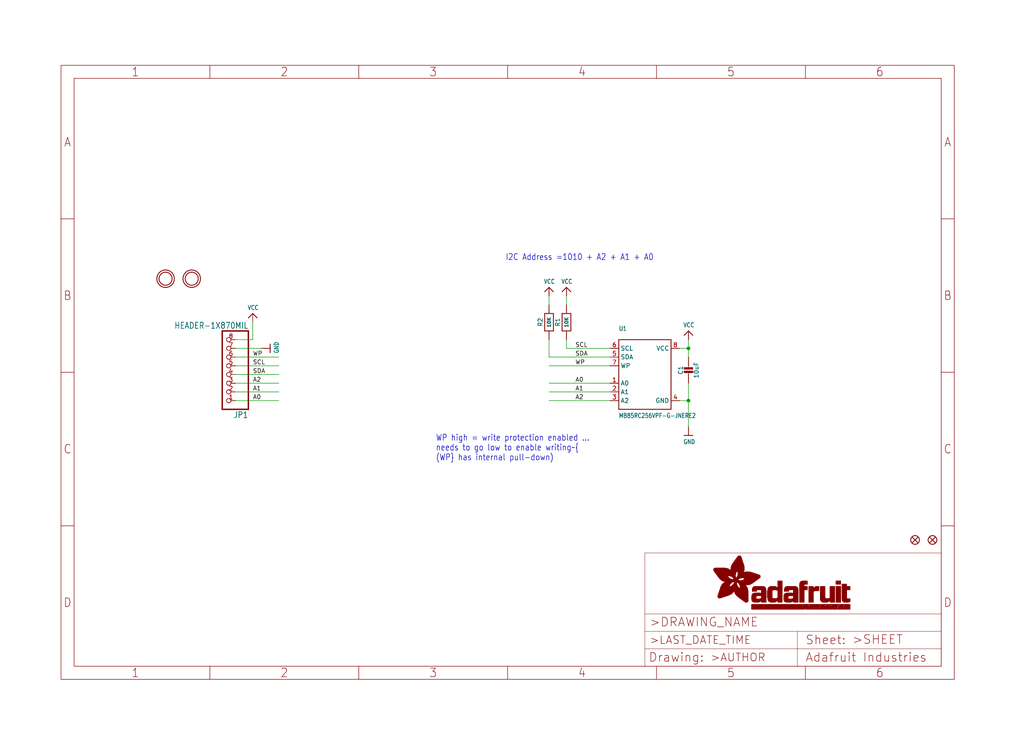
<source format=kicad_sch>
(kicad_sch (version 20211123) (generator eeschema)
  (paper "User" 298.45 217.881)
  (lib_symbols
    (symbol "eagleSchem-eagle-import:CAP_CERAMIC_0805MP"
      (property "Reference" "C" (at -2.29 1.25 90))
      (property "Value" "CAP_CERAMIC_0805MP" (at 2.3 1.25 90))
      (symbol "CAP_CERAMIC_0805MP_1_0"
        (pin passive line (at 0 5.08 270) (length 2.54) (name "1") (number "1"))
        (pin passive line (at 0 -2.54 90) (length 2.54) (name "2") (number "2"))
      )
    )
    (symbol "eagleSchem-eagle-import:FIDUCIAL{dblquote}{dblquote}")
    (symbol "eagleSchem-eagle-import:FRAME_A4_ADAFRUIT"
      (symbol "FRAME_A4_ADAFRUIT_1_0"
        (text "1" (at 21.6958 1.905 0) (effects (font (size 2.54 2.286))))
        (text "1" (at 21.6958 177.165 0) (effects (font (size 2.54 2.286))))
        (text "2" (at 65.0875 1.905 0) (effects (font (size 2.54 2.286))))
        (text "2" (at 65.0875 177.165 0) (effects (font (size 2.54 2.286))))
        (text "3" (at 108.4792 1.905 0) (effects (font (size 2.54 2.286))))
        (text "3" (at 108.4792 177.165 0) (effects (font (size 2.54 2.286))))
        (text "4" (at 151.8708 1.905 0) (effects (font (size 2.54 2.286))))
        (text "4" (at 151.8708 177.165 0) (effects (font (size 2.54 2.286))))
        (text "5" (at 195.2625 1.905 0) (effects (font (size 2.54 2.286))))
        (text "5" (at 195.2625 177.165 0) (effects (font (size 2.54 2.286))))
        (text "6" (at 238.6542 1.905 0) (effects (font (size 2.54 2.286))))
        (text "6" (at 238.6542 177.165 0) (effects (font (size 2.54 2.286))))
        (text ">AUTHOR" (at 189.23 5.08 0) (effects (font (size 2.286 2.286)) (justify left bottom)))
        (text ">DRAWING_NAME" (at 171.45 15.24 0) (effects (font (size 2.54 2.54)) (justify left bottom)))
        (text ">LAST_DATE_TIME" (at 171.45 10.16 0) (effects (font (size 2.286 2.286)) (justify left bottom)))
        (text ">SHEET" (at 230.505 10.16 0) (effects (font (size 2.54 2.54)) (justify left bottom)))
        (text "A" (at 1.905 156.6863 0) (effects (font (size 2.54 2.286))))
        (text "A" (at 258.445 156.6863 0) (effects (font (size 2.54 2.286))))
        (text "Adafruit Industries" (at 216.916 4.953 0) (effects (font (size 2.54 2.54)) (justify left bottom)))
        (text "B" (at 1.905 111.9188 0) (effects (font (size 2.54 2.286))))
        (text "B" (at 258.445 111.9188 0) (effects (font (size 2.54 2.286))))
        (text "C" (at 1.905 67.1513 0) (effects (font (size 2.54 2.286))))
        (text "C" (at 258.445 67.1513 0) (effects (font (size 2.54 2.286))))
        (text "D" (at 1.905 22.3838 0) (effects (font (size 2.54 2.286))))
        (text "D" (at 258.445 22.3838 0) (effects (font (size 2.54 2.286))))
        (text "Drawing:" (at 171.196 4.953 0) (effects (font (size 2.54 2.54)) (justify left bottom)))
        (text "Sheet:" (at 216.916 10.033 0) (effects (font (size 2.54 2.54)) (justify left bottom)))
      )
    )
    (symbol "eagleSchem-eagle-import:FRAM_SOIC8_I2C"
      (property "Reference" "U" (at -7.62 12.7 0))
      (property "Value" "FRAM_SOIC8_I2C" (at -7.62 -12.7 0))
      (symbol "FRAM_SOIC8_I2C_1_0"
        (pin input line (at -10.16 -2.54 0) (length 2.54) (name "A0") (number "1"))
        (pin input line (at -10.16 -5.08 0) (length 2.54) (name "A1") (number "2"))
        (pin input line (at -10.16 -7.62 0) (length 2.54) (name "A2") (number "3"))
        (pin power_in line (at 10.16 -7.62 180) (length 2.54) (name "GND") (number "4"))
        (pin bidirectional line (at -10.16 5.08 0) (length 2.54) (name "SDA") (number "5"))
        (pin input line (at -10.16 7.62 0) (length 2.54) (name "SCL") (number "6"))
        (pin input line (at -10.16 2.54 0) (length 2.54) (name "WP") (number "7"))
        (pin power_in line (at 10.16 7.62 180) (length 2.54) (name "VCC") (number "8"))
      )
    )
    (symbol "eagleSchem-eagle-import:GND" (power)
      (property "Value" "GND" (at -1.524 -2.54 0))
      (symbol "GND_1_0"
        (pin power_in line (at 0 2.54 270) (length 2.54) (name "GND") (number "1"))
      )
    )
    (symbol "eagleSchem-eagle-import:HEADER-1X870MIL"
      (property "Reference" "JP" (at -6.35 13.335 0))
      (property "Value" "HEADER-1X870MIL" (at -6.35 -12.7 0))
      (symbol "HEADER-1X870MIL_1_0"
        (pin passive inverted (at -2.54 10.16 0) (length 2.54) (name "1") (number "1"))
        (pin passive inverted (at -2.54 7.62 0) (length 2.54) (name "2") (number "2"))
        (pin passive inverted (at -2.54 5.08 0) (length 2.54) (name "3") (number "3"))
        (pin passive inverted (at -2.54 2.54 0) (length 2.54) (name "4") (number "4"))
        (pin passive inverted (at -2.54 0 0) (length 2.54) (name "5") (number "5"))
        (pin passive inverted (at -2.54 -2.54 0) (length 2.54) (name "6") (number "6"))
        (pin passive inverted (at -2.54 -5.08 0) (length 2.54) (name "7") (number "7"))
        (pin passive inverted (at -2.54 -7.62 0) (length 2.54) (name "8") (number "8"))
      )
    )
    (symbol "eagleSchem-eagle-import:MOUNTINGHOLE2.5")
    (symbol "eagleSchem-eagle-import:RESISTOR_0805MP"
      (property "Reference" "R" (at 0 2.54 0))
      (property "Value" "RESISTOR_0805MP" (at 0 0 0))
      (symbol "RESISTOR_0805MP_1_0"
        (pin passive line (at -5.08 0 0) (length 2.54) (name "1") (number "1"))
        (pin passive line (at 5.08 0 180) (length 2.54) (name "2") (number "2"))
      )
    )
    (symbol "eagleSchem-eagle-import:VCC" (power)
      (property "Value" "VCC" (at -1.524 1.016 0))
      (symbol "VCC_1_0"
        (pin power_in line (at 0 -2.54 90) (length 2.54) (name "VCC") (number "1"))
      )
    )
  )
  (junction (at 200.66 101.6))
  (junction (at 200.66 116.84))
  (wire (pts (xy 81.28 114.3) (xy 68.58 114.3)))
  (wire (pts (xy 177.8 114.3) (xy 160.02 114.3)))
  (wire (pts (xy 198.12 116.84) (xy 200.66 116.84)))
  (wire (pts (xy 165.1 88.9) (xy 165.1 86.36)))
  (wire (pts (xy 160.02 88.9) (xy 160.02 86.36)))
  (wire (pts (xy 177.8 106.68) (xy 160.02 106.68)))
  (wire (pts (xy 81.28 106.68) (xy 68.58 106.68)))
  (wire (pts (xy 81.28 104.14) (xy 68.58 104.14)))
  (wire (pts (xy 73.66 99.06) (xy 73.66 93.98)))
  (wire (pts (xy 200.66 101.6) (xy 200.66 99.06)))
  (wire (pts (xy 81.28 111.76) (xy 68.58 111.76)))
  (wire (pts (xy 81.28 116.84) (xy 68.58 116.84)))
  (wire (pts (xy 177.8 104.14) (xy 160.02 104.14)))
  (wire (pts (xy 68.58 99.06) (xy 73.66 99.06)))
  (wire (pts (xy 200.66 116.84) (xy 200.66 124.46)))
  (wire (pts (xy 165.1 101.6) (xy 165.1 99.06)))
  (wire (pts (xy 200.66 111.76) (xy 200.66 116.84)))
  (wire (pts (xy 177.8 101.6) (xy 165.1 101.6)))
  (wire (pts (xy 198.12 101.6) (xy 200.66 101.6)))
  (wire (pts (xy 81.28 109.22) (xy 68.58 109.22)))
  (wire (pts (xy 200.66 101.6) (xy 200.66 104.14)))
  (wire (pts (xy 68.58 101.6) (xy 76.2 101.6)))
  (wire (pts (xy 177.8 116.84) (xy 160.02 116.84)))
  (wire (pts (xy 160.02 104.14) (xy 160.02 99.06)))
  (wire (pts (xy 177.8 111.76) (xy 160.02 111.76)))
  (text "WP high = write protection enabled ...\nneeds to go low to enable writing~{\n(WP} has internal pull-down)" (at 127 134.62 180) (effects (font (size 1.778 1.5113)) (justify left bottom)))
  (text "I2C Address =1010 + A2 + A1 + A0" (at 147.32 76.2 180) (effects (font (size 1.778 1.5113)) (justify left bottom)))
  (label "A0" (at 73.66 116.84 0) (effects (font (size 1.2446 1.2446))))
  (label "A1" (at 167.64 114.3 0) (effects (font (size 1.2446 1.2446))))
  (label "SDA" (at 167.64 104.14 0) (effects (font (size 1.2446 1.2446))))
  (label "SCL" (at 73.66 106.68 0) (effects (font (size 1.2446 1.2446))))
  (label "SCL" (at 167.64 101.6 0) (effects (font (size 1.2446 1.2446))))
  (label "A0" (at 167.64 111.76 0) (effects (font (size 1.2446 1.2446))))
  (label "A2" (at 167.64 116.84 0) (effects (font (size 1.2446 1.2446))))
  (label "SDA" (at 73.66 109.22 0) (effects (font (size 1.2446 1.2446))))
  (label "A2" (at 73.66 111.76 0) (effects (font (size 1.2446 1.2446))))
  (label "A1" (at 73.66 114.3 0) (effects (font (size 1.2446 1.2446))))
  (label "WP" (at 167.64 106.68 0) (effects (font (size 1.2446 1.2446))))
  (label "WP" (at 73.66 104.14 0) (effects (font (size 1.2446 1.2446))))
  (symbol (lib_id "eagleSchem-eagle-import:RESISTOR_0805MP") (at 160.02 93.98 90) (unit 1)
    (property "Reference" "R2" (at 157.48 93.98 0))
    (property "Value" "10K" (at 160.02 93.98 0) (effects (font (size 1.016 1.016) bold)))
    (property "Footprint" "eagleSchem:_0805MP" (effects hide))
  )
  (symbol (lib_id "eagleSchem-eagle-import:GND") (at 78.74 101.6 90) (unit 1)
    (property "Reference" "#U$3" (effects hide))
    (property "Value" "GND" (at 81.28 103.124 0) (effects (font (size 1.27 1.0795)) (justify left bottom)))
    (property "Footprint" "eagleSchem:" (effects hide))
  )
  (symbol (lib_id "eagleSchem-eagle-import:VCC") (at 165.1 83.82 0) (unit 1)
    (property "Reference" "#P+4" (effects hide))
    (property "Value" "VCC" (at 163.576 82.804 0) (effects (font (size 1.27 1.0795)) (justify left bottom)))
    (property "Footprint" "eagleSchem:" (effects hide))
  )
  (symbol (lib_id "eagleSchem-eagle-import:GND") (at 200.66 127 0) (unit 1)
    (property "Reference" "#U$2" (effects hide))
    (property "Value" "GND" (at 199.136 129.54 0) (effects (font (size 1.27 1.0795)) (justify left bottom)))
    (property "Footprint" "eagleSchem:" (effects hide))
  )
  (symbol (lib_id "eagleSchem-eagle-import:VCC") (at 73.66 91.44 0) (unit 1)
    (property "Reference" "#P+8" (effects hide))
    (property "Value" "VCC" (at 72.136 90.424 0) (effects (font (size 1.27 1.0795)) (justify left bottom)))
    (property "Footprint" "eagleSchem:" (effects hide))
  )
  (symbol (lib_id "eagleSchem-eagle-import:VCC") (at 160.02 83.82 0) (unit 1)
    (property "Reference" "#P+3" (effects hide))
    (property "Value" "VCC" (at 158.496 82.804 0) (effects (font (size 1.27 1.0795)) (justify left bottom)))
    (property "Footprint" "eagleSchem:" (effects hide))
  )
  (symbol (lib_id "eagleSchem-eagle-import:FRAM_SOIC8_I2C") (at 187.96 109.22 0) (unit 1)
    (property "Reference" "U1" (at 180.34 96.52 0) (effects (font (size 1.27 1.0795)) (justify left bottom)))
    (property "Value" "MB85RC256VPF-G-JNERE2" (at 180.34 121.92 0) (effects (font (size 1.27 1.0795)) (justify left bottom)))
    (property "Footprint" "eagleSchem:SOIC8_208MIL" (effects hide))
  )
  (symbol (lib_id "eagleSchem-eagle-import:FIDUCIAL{dblquote}{dblquote}") (at 271.78 157.48 0) (unit 1)
    (property "Reference" "FID1" (effects hide))
    (property "Value" "FIDUCIAL{dblquote}{dblquote}" (effects hide))
    (property "Footprint" "eagleSchem:FIDUCIAL_1MM" (effects hide))
  )
  (symbol (lib_id "eagleSchem-eagle-import:FRAME_A4_ADAFRUIT") (at 17.78 198.12 0) (unit 1)
    (property "Reference" "#U$1" (effects hide))
    (property "Value" "FRAME_A4_ADAFRUIT" (effects hide))
    (property "Footprint" "eagleSchem:" (effects hide))
  )
  (symbol (lib_id "eagleSchem-eagle-import:RESISTOR_0805MP") (at 165.1 93.98 90) (unit 1)
    (property "Reference" "R1" (at 162.56 93.98 0))
    (property "Value" "10K" (at 165.1 93.98 0) (effects (font (size 1.016 1.016) bold)))
    (property "Footprint" "eagleSchem:_0805MP" (effects hide))
  )
  (symbol (lib_id "eagleSchem-eagle-import:MOUNTINGHOLE2.5") (at 48.26 81.28 0) (unit 1)
    (property "Reference" "U$6" (effects hide))
    (property "Value" "MOUNTINGHOLE2.5" (effects hide))
    (property "Footprint" "eagleSchem:MOUNTINGHOLE_2.5_PLATED" (effects hide))
  )
  (symbol (lib_id "eagleSchem-eagle-import:MOUNTINGHOLE2.5") (at 55.88 81.28 0) (unit 1)
    (property "Reference" "U$5" (effects hide))
    (property "Value" "MOUNTINGHOLE2.5" (effects hide))
    (property "Footprint" "eagleSchem:MOUNTINGHOLE_2.5_PLATED" (effects hide))
  )
  (symbol (lib_id "eagleSchem-eagle-import:CAP_CERAMIC_0805MP") (at 200.66 109.22 0) (unit 1)
    (property "Reference" "C1" (at 198.37 107.97 90))
    (property "Value" "10uF" (at 202.96 107.97 90))
    (property "Footprint" "eagleSchem:_0805MP" (effects hide))
  )
  (symbol (lib_id "eagleSchem-eagle-import:HEADER-1X870MIL") (at 66.04 106.68 180) (unit 1)
    (property "Reference" "JP1" (at 72.39 120.015 0) (effects (font (size 1.778 1.5113)) (justify left bottom)))
    (property "Value" "HEADER-1X870MIL" (at 72.39 93.98 0) (effects (font (size 1.778 1.5113)) (justify left bottom)))
    (property "Footprint" "eagleSchem:1X08_ROUND_70" (effects hide))
  )
  (symbol (lib_id "eagleSchem-eagle-import:FIDUCIAL{dblquote}{dblquote}") (at 266.7 157.48 0) (unit 1)
    (property "Reference" "FID2" (effects hide))
    (property "Value" "FIDUCIAL{dblquote}{dblquote}" (effects hide))
    (property "Footprint" "eagleSchem:FIDUCIAL_1MM" (effects hide))
  )
  (symbol (lib_id "eagleSchem-eagle-import:VCC") (at 200.66 96.52 0) (unit 1)
    (property "Reference" "#P+1" (effects hide))
    (property "Value" "VCC" (at 199.136 95.504 0) (effects (font (size 1.27 1.0795)) (justify left bottom)))
    (property "Footprint" "eagleSchem:" (effects hide))
  )
)
</source>
